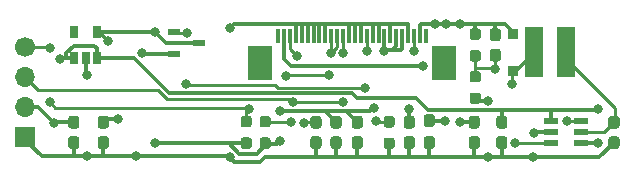
<source format=gbr>
%TF.GenerationSoftware,KiCad,Pcbnew,(5.1.9)-1*%
%TF.CreationDate,2021-03-03T23:02:33-08:00*%
%TF.ProjectId,SSD1326_I2C_breakout,53534431-3332-4365-9f49-32435f627265,0.1b*%
%TF.SameCoordinates,Original*%
%TF.FileFunction,Copper,L2,Bot*%
%TF.FilePolarity,Positive*%
%FSLAX46Y46*%
G04 Gerber Fmt 4.6, Leading zero omitted, Abs format (unit mm)*
G04 Created by KiCad (PCBNEW (5.1.9)-1) date 2021-03-03 23:02:33*
%MOMM*%
%LPD*%
G01*
G04 APERTURE LIST*
%TA.AperFunction,SMDPad,CuDef*%
%ADD10R,1.220000X0.600000*%
%TD*%
%TA.AperFunction,SMDPad,CuDef*%
%ADD11R,0.950000X0.900000*%
%TD*%
%TA.AperFunction,ComponentPad*%
%ADD12R,1.700000X1.700000*%
%TD*%
%TA.AperFunction,ComponentPad*%
%ADD13O,1.700000X1.700000*%
%TD*%
%TA.AperFunction,ComponentPad*%
%ADD14C,1.700000*%
%TD*%
%TA.AperFunction,SMDPad,CuDef*%
%ADD15R,0.650000X1.060000*%
%TD*%
%TA.AperFunction,SMDPad,CuDef*%
%ADD16R,1.090000X0.610000*%
%TD*%
%TA.AperFunction,SMDPad,CuDef*%
%ADD17R,0.300000X1.250000*%
%TD*%
%TA.AperFunction,SMDPad,CuDef*%
%ADD18R,2.000000X3.000000*%
%TD*%
%TA.AperFunction,SMDPad,CuDef*%
%ADD19R,1.500000X4.200000*%
%TD*%
%TA.AperFunction,ViaPad*%
%ADD20C,0.800000*%
%TD*%
%TA.AperFunction,Conductor*%
%ADD21C,0.300000*%
%TD*%
%TA.AperFunction,Conductor*%
%ADD22C,0.250000*%
%TD*%
G04 APERTURE END LIST*
D10*
%TO.P,U5,6*%
%TO.N,+5V*%
X117145000Y-38400000D03*
%TO.P,U5,5*%
%TO.N,Net-(C1-Pad1)*%
X117145000Y-37450000D03*
%TO.P,U5,4*%
%TO.N,Net-(D1-Pad2)*%
X117145000Y-36500000D03*
%TO.P,U5,3*%
%TO.N,+5V*%
X114655000Y-36500000D03*
%TO.P,U5,2*%
%TO.N,GND*%
X114655000Y-37450000D03*
%TO.P,U5,1*%
%TO.N,Net-(C2-Pad2)*%
X114655000Y-38400000D03*
%TD*%
%TO.P,R5,2*%
%TO.N,GND*%
%TA.AperFunction,SMDPad,CuDef*%
G36*
G01*
X107962500Y-34112500D02*
X108437500Y-34112500D01*
G75*
G02*
X108675000Y-34350000I0J-237500D01*
G01*
X108675000Y-34850000D01*
G75*
G02*
X108437500Y-35087500I-237500J0D01*
G01*
X107962500Y-35087500D01*
G75*
G02*
X107725000Y-34850000I0J237500D01*
G01*
X107725000Y-34350000D01*
G75*
G02*
X107962500Y-34112500I237500J0D01*
G01*
G37*
%TD.AperFunction*%
%TO.P,R5,1*%
%TO.N,Net-(C2-Pad2)*%
%TA.AperFunction,SMDPad,CuDef*%
G36*
G01*
X107962500Y-32287500D02*
X108437500Y-32287500D01*
G75*
G02*
X108675000Y-32525000I0J-237500D01*
G01*
X108675000Y-33025000D01*
G75*
G02*
X108437500Y-33262500I-237500J0D01*
G01*
X107962500Y-33262500D01*
G75*
G02*
X107725000Y-33025000I0J237500D01*
G01*
X107725000Y-32525000D01*
G75*
G02*
X107962500Y-32287500I237500J0D01*
G01*
G37*
%TD.AperFunction*%
%TD*%
%TO.P,R4,2*%
%TO.N,Net-(C2-Pad2)*%
%TA.AperFunction,SMDPad,CuDef*%
G36*
G01*
X107962500Y-30512500D02*
X108437500Y-30512500D01*
G75*
G02*
X108675000Y-30750000I0J-237500D01*
G01*
X108675000Y-31250000D01*
G75*
G02*
X108437500Y-31487500I-237500J0D01*
G01*
X107962500Y-31487500D01*
G75*
G02*
X107725000Y-31250000I0J237500D01*
G01*
X107725000Y-30750000D01*
G75*
G02*
X107962500Y-30512500I237500J0D01*
G01*
G37*
%TD.AperFunction*%
%TO.P,R4,1*%
%TO.N,+12V*%
%TA.AperFunction,SMDPad,CuDef*%
G36*
G01*
X107962500Y-28687500D02*
X108437500Y-28687500D01*
G75*
G02*
X108675000Y-28925000I0J-237500D01*
G01*
X108675000Y-29425000D01*
G75*
G02*
X108437500Y-29662500I-237500J0D01*
G01*
X107962500Y-29662500D01*
G75*
G02*
X107725000Y-29425000I0J237500D01*
G01*
X107725000Y-28925000D01*
G75*
G02*
X107962500Y-28687500I237500J0D01*
G01*
G37*
%TD.AperFunction*%
%TD*%
D11*
%TO.P,D1,2*%
%TO.N,Net-(D1-Pad2)*%
X111400000Y-32300000D03*
%TO.P,D1,1*%
%TO.N,+12V*%
X111400000Y-29150000D03*
%TD*%
D12*
%TO.P,J1,4*%
%TO.N,GND*%
X70110000Y-37900000D03*
D13*
%TO.P,J1,3*%
%TO.N,+5V*%
X70110000Y-35360000D03*
%TO.P,J1,2*%
%TO.N,SCL*%
X70110000Y-32820000D03*
D14*
%TO.P,J1,1*%
%TO.N,SDA*%
X70110000Y-30280000D03*
%TD*%
%TO.P,C13,2*%
%TO.N,GND*%
%TA.AperFunction,SMDPad,CuDef*%
G36*
G01*
X76472500Y-37815000D02*
X76947500Y-37815000D01*
G75*
G02*
X77185000Y-38052500I0J-237500D01*
G01*
X77185000Y-38652500D01*
G75*
G02*
X76947500Y-38890000I-237500J0D01*
G01*
X76472500Y-38890000D01*
G75*
G02*
X76235000Y-38652500I0J237500D01*
G01*
X76235000Y-38052500D01*
G75*
G02*
X76472500Y-37815000I237500J0D01*
G01*
G37*
%TD.AperFunction*%
%TO.P,C13,1*%
%TO.N,+3V3*%
%TA.AperFunction,SMDPad,CuDef*%
G36*
G01*
X76472500Y-36090000D02*
X76947500Y-36090000D01*
G75*
G02*
X77185000Y-36327500I0J-237500D01*
G01*
X77185000Y-36927500D01*
G75*
G02*
X76947500Y-37165000I-237500J0D01*
G01*
X76472500Y-37165000D01*
G75*
G02*
X76235000Y-36927500I0J237500D01*
G01*
X76235000Y-36327500D01*
G75*
G02*
X76472500Y-36090000I237500J0D01*
G01*
G37*
%TD.AperFunction*%
%TD*%
D15*
%TO.P,U4,5*%
%TO.N,+3V3*%
X76160000Y-28990000D03*
%TO.P,U4,4*%
%TO.N,Net-(U4-Pad4)*%
X74260000Y-28990000D03*
%TO.P,U4,3*%
%TO.N,+5V*%
X74260000Y-31190000D03*
%TO.P,U4,2*%
%TO.N,GND*%
X75210000Y-31190000D03*
%TO.P,U4,1*%
%TO.N,+5V*%
X76160000Y-31190000D03*
%TD*%
D16*
%TO.P,U3,2*%
%TO.N,RES#*%
X82710000Y-28990000D03*
%TO.P,U3,3*%
%TO.N,+3V3*%
X84850000Y-29905000D03*
%TO.P,U3,1*%
%TO.N,GND*%
X82710000Y-30820000D03*
%TD*%
D17*
%TO.P,U2,25*%
%TO.N,+12V*%
X103510000Y-29290000D03*
%TO.P,U2,26*%
%TO.N,Net-(U2-Pad26)*%
X104010000Y-29290000D03*
%TO.P,U2,23*%
%TO.N,GND*%
X102510000Y-29290000D03*
%TO.P,U2,24*%
%TO.N,Net-(R3-Pad1)*%
X103010000Y-29290000D03*
%TO.P,U2,21*%
%TO.N,+3V3*%
X101510000Y-29290000D03*
%TO.P,U2,22*%
X102010000Y-29290000D03*
%TO.P,U2,19*%
X100510000Y-29290000D03*
%TO.P,U2,20*%
%TO.N,GND*%
X101010000Y-29290000D03*
%TO.P,U2,17*%
X99510000Y-29290000D03*
%TO.P,U2,18*%
X100010000Y-29290000D03*
%TO.P,U2,15*%
X98510000Y-29290000D03*
%TO.P,U2,16*%
%TO.N,RES#*%
X99010000Y-29290000D03*
%TO.P,U2,13*%
%TO.N,GND*%
X97510000Y-29290000D03*
%TO.P,U2,14*%
X98010000Y-29290000D03*
%TO.P,U2,11*%
%TO.N,SDA*%
X96510000Y-29290000D03*
%TO.P,U2,12*%
%TO.N,SCL*%
X97010000Y-29290000D03*
%TO.P,U2,9*%
%TO.N,GND*%
X95510000Y-29290000D03*
%TO.P,U2,10*%
%TO.N,SDA*%
X96010000Y-29290000D03*
%TO.P,U2,7*%
%TO.N,GND*%
X94510000Y-29290000D03*
%TO.P,U2,8*%
X95010000Y-29290000D03*
%TO.P,U2,5*%
X93510000Y-29290000D03*
%TO.P,U2,6*%
X94010000Y-29290000D03*
%TO.P,U2,3*%
%TO.N,Net-(C9-Pad1)*%
X92510000Y-29290000D03*
%TO.P,U2,4*%
%TO.N,GND*%
X93010000Y-29290000D03*
%TO.P,U2,1*%
%TO.N,Net-(U2-Pad1)*%
X91510000Y-29290000D03*
%TO.P,U2,2*%
%TO.N,+12V*%
X92010000Y-29290000D03*
D18*
%TO.P,U2,*%
%TO.N,*%
X89970000Y-31615000D03*
X105550000Y-31615000D03*
%TD*%
%TO.P,R3,2*%
%TO.N,GND*%
%TA.AperFunction,SMDPad,CuDef*%
G36*
G01*
X100672500Y-37927500D02*
X101147500Y-37927500D01*
G75*
G02*
X101385000Y-38165000I0J-237500D01*
G01*
X101385000Y-38665000D01*
G75*
G02*
X101147500Y-38902500I-237500J0D01*
G01*
X100672500Y-38902500D01*
G75*
G02*
X100435000Y-38665000I0J237500D01*
G01*
X100435000Y-38165000D01*
G75*
G02*
X100672500Y-37927500I237500J0D01*
G01*
G37*
%TD.AperFunction*%
%TO.P,R3,1*%
%TO.N,Net-(R3-Pad1)*%
%TA.AperFunction,SMDPad,CuDef*%
G36*
G01*
X100672500Y-36102500D02*
X101147500Y-36102500D01*
G75*
G02*
X101385000Y-36340000I0J-237500D01*
G01*
X101385000Y-36840000D01*
G75*
G02*
X101147500Y-37077500I-237500J0D01*
G01*
X100672500Y-37077500D01*
G75*
G02*
X100435000Y-36840000I0J237500D01*
G01*
X100435000Y-36340000D01*
G75*
G02*
X100672500Y-36102500I237500J0D01*
G01*
G37*
%TD.AperFunction*%
%TD*%
%TO.P,R2,2*%
%TO.N,+3V3*%
%TA.AperFunction,SMDPad,CuDef*%
G36*
G01*
X88572500Y-37915000D02*
X89047500Y-37915000D01*
G75*
G02*
X89285000Y-38152500I0J-237500D01*
G01*
X89285000Y-38652500D01*
G75*
G02*
X89047500Y-38890000I-237500J0D01*
G01*
X88572500Y-38890000D01*
G75*
G02*
X88335000Y-38652500I0J237500D01*
G01*
X88335000Y-38152500D01*
G75*
G02*
X88572500Y-37915000I237500J0D01*
G01*
G37*
%TD.AperFunction*%
%TO.P,R2,1*%
%TO.N,SDA*%
%TA.AperFunction,SMDPad,CuDef*%
G36*
G01*
X88572500Y-36090000D02*
X89047500Y-36090000D01*
G75*
G02*
X89285000Y-36327500I0J-237500D01*
G01*
X89285000Y-36827500D01*
G75*
G02*
X89047500Y-37065000I-237500J0D01*
G01*
X88572500Y-37065000D01*
G75*
G02*
X88335000Y-36827500I0J237500D01*
G01*
X88335000Y-36327500D01*
G75*
G02*
X88572500Y-36090000I237500J0D01*
G01*
G37*
%TD.AperFunction*%
%TD*%
%TO.P,R1,2*%
%TO.N,+3V3*%
%TA.AperFunction,SMDPad,CuDef*%
G36*
G01*
X90172500Y-37915000D02*
X90647500Y-37915000D01*
G75*
G02*
X90885000Y-38152500I0J-237500D01*
G01*
X90885000Y-38652500D01*
G75*
G02*
X90647500Y-38890000I-237500J0D01*
G01*
X90172500Y-38890000D01*
G75*
G02*
X89935000Y-38652500I0J237500D01*
G01*
X89935000Y-38152500D01*
G75*
G02*
X90172500Y-37915000I237500J0D01*
G01*
G37*
%TD.AperFunction*%
%TO.P,R1,1*%
%TO.N,SCL*%
%TA.AperFunction,SMDPad,CuDef*%
G36*
G01*
X90172500Y-36090000D02*
X90647500Y-36090000D01*
G75*
G02*
X90885000Y-36327500I0J-237500D01*
G01*
X90885000Y-36827500D01*
G75*
G02*
X90647500Y-37065000I-237500J0D01*
G01*
X90172500Y-37065000D01*
G75*
G02*
X89935000Y-36827500I0J237500D01*
G01*
X89935000Y-36327500D01*
G75*
G02*
X90172500Y-36090000I237500J0D01*
G01*
G37*
%TD.AperFunction*%
%TD*%
D19*
%TO.P,L1,1*%
%TO.N,Net-(C1-Pad1)*%
X115900000Y-30650000D03*
%TO.P,L1,2*%
%TO.N,Net-(D1-Pad2)*%
X113200000Y-30650000D03*
%TD*%
%TO.P,C12,2*%
%TO.N,GND*%
%TA.AperFunction,SMDPad,CuDef*%
G36*
G01*
X73972500Y-37815000D02*
X74447500Y-37815000D01*
G75*
G02*
X74685000Y-38052500I0J-237500D01*
G01*
X74685000Y-38652500D01*
G75*
G02*
X74447500Y-38890000I-237500J0D01*
G01*
X73972500Y-38890000D01*
G75*
G02*
X73735000Y-38652500I0J237500D01*
G01*
X73735000Y-38052500D01*
G75*
G02*
X73972500Y-37815000I237500J0D01*
G01*
G37*
%TD.AperFunction*%
%TO.P,C12,1*%
%TO.N,+5V*%
%TA.AperFunction,SMDPad,CuDef*%
G36*
G01*
X73972500Y-36090000D02*
X74447500Y-36090000D01*
G75*
G02*
X74685000Y-36327500I0J-237500D01*
G01*
X74685000Y-36927500D01*
G75*
G02*
X74447500Y-37165000I-237500J0D01*
G01*
X73972500Y-37165000D01*
G75*
G02*
X73735000Y-36927500I0J237500D01*
G01*
X73735000Y-36327500D01*
G75*
G02*
X73972500Y-36090000I237500J0D01*
G01*
G37*
%TD.AperFunction*%
%TD*%
%TO.P,C11,2*%
%TO.N,GND*%
%TA.AperFunction,SMDPad,CuDef*%
G36*
G01*
X96172500Y-37815000D02*
X96647500Y-37815000D01*
G75*
G02*
X96885000Y-38052500I0J-237500D01*
G01*
X96885000Y-38652500D01*
G75*
G02*
X96647500Y-38890000I-237500J0D01*
G01*
X96172500Y-38890000D01*
G75*
G02*
X95935000Y-38652500I0J237500D01*
G01*
X95935000Y-38052500D01*
G75*
G02*
X96172500Y-37815000I237500J0D01*
G01*
G37*
%TD.AperFunction*%
%TO.P,C11,1*%
%TO.N,+3V3*%
%TA.AperFunction,SMDPad,CuDef*%
G36*
G01*
X96172500Y-36090000D02*
X96647500Y-36090000D01*
G75*
G02*
X96885000Y-36327500I0J-237500D01*
G01*
X96885000Y-36927500D01*
G75*
G02*
X96647500Y-37165000I-237500J0D01*
G01*
X96172500Y-37165000D01*
G75*
G02*
X95935000Y-36927500I0J237500D01*
G01*
X95935000Y-36327500D01*
G75*
G02*
X96172500Y-36090000I237500J0D01*
G01*
G37*
%TD.AperFunction*%
%TD*%
%TO.P,C10,2*%
%TO.N,GND*%
%TA.AperFunction,SMDPad,CuDef*%
G36*
G01*
X97972500Y-37815000D02*
X98447500Y-37815000D01*
G75*
G02*
X98685000Y-38052500I0J-237500D01*
G01*
X98685000Y-38652500D01*
G75*
G02*
X98447500Y-38890000I-237500J0D01*
G01*
X97972500Y-38890000D01*
G75*
G02*
X97735000Y-38652500I0J237500D01*
G01*
X97735000Y-38052500D01*
G75*
G02*
X97972500Y-37815000I237500J0D01*
G01*
G37*
%TD.AperFunction*%
%TO.P,C10,1*%
%TO.N,+3V3*%
%TA.AperFunction,SMDPad,CuDef*%
G36*
G01*
X97972500Y-36090000D02*
X98447500Y-36090000D01*
G75*
G02*
X98685000Y-36327500I0J-237500D01*
G01*
X98685000Y-36927500D01*
G75*
G02*
X98447500Y-37165000I-237500J0D01*
G01*
X97972500Y-37165000D01*
G75*
G02*
X97735000Y-36927500I0J237500D01*
G01*
X97735000Y-36327500D01*
G75*
G02*
X97972500Y-36090000I237500J0D01*
G01*
G37*
%TD.AperFunction*%
%TD*%
%TO.P,C9,2*%
%TO.N,GND*%
%TA.AperFunction,SMDPad,CuDef*%
G36*
G01*
X94472500Y-37815000D02*
X94947500Y-37815000D01*
G75*
G02*
X95185000Y-38052500I0J-237500D01*
G01*
X95185000Y-38652500D01*
G75*
G02*
X94947500Y-38890000I-237500J0D01*
G01*
X94472500Y-38890000D01*
G75*
G02*
X94235000Y-38652500I0J237500D01*
G01*
X94235000Y-38052500D01*
G75*
G02*
X94472500Y-37815000I237500J0D01*
G01*
G37*
%TD.AperFunction*%
%TO.P,C9,1*%
%TO.N,Net-(C9-Pad1)*%
%TA.AperFunction,SMDPad,CuDef*%
G36*
G01*
X94472500Y-36090000D02*
X94947500Y-36090000D01*
G75*
G02*
X95185000Y-36327500I0J-237500D01*
G01*
X95185000Y-36927500D01*
G75*
G02*
X94947500Y-37165000I-237500J0D01*
G01*
X94472500Y-37165000D01*
G75*
G02*
X94235000Y-36927500I0J237500D01*
G01*
X94235000Y-36327500D01*
G75*
G02*
X94472500Y-36090000I237500J0D01*
G01*
G37*
%TD.AperFunction*%
%TD*%
%TO.P,C8,2*%
%TO.N,GND*%
%TA.AperFunction,SMDPad,CuDef*%
G36*
G01*
X102372500Y-37815000D02*
X102847500Y-37815000D01*
G75*
G02*
X103085000Y-38052500I0J-237500D01*
G01*
X103085000Y-38652500D01*
G75*
G02*
X102847500Y-38890000I-237500J0D01*
G01*
X102372500Y-38890000D01*
G75*
G02*
X102135000Y-38652500I0J237500D01*
G01*
X102135000Y-38052500D01*
G75*
G02*
X102372500Y-37815000I237500J0D01*
G01*
G37*
%TD.AperFunction*%
%TO.P,C8,1*%
%TO.N,+12V*%
%TA.AperFunction,SMDPad,CuDef*%
G36*
G01*
X102372500Y-36090000D02*
X102847500Y-36090000D01*
G75*
G02*
X103085000Y-36327500I0J-237500D01*
G01*
X103085000Y-36927500D01*
G75*
G02*
X102847500Y-37165000I-237500J0D01*
G01*
X102372500Y-37165000D01*
G75*
G02*
X102135000Y-36927500I0J237500D01*
G01*
X102135000Y-36327500D01*
G75*
G02*
X102372500Y-36090000I237500J0D01*
G01*
G37*
%TD.AperFunction*%
%TD*%
%TO.P,C7,2*%
%TO.N,GND*%
%TA.AperFunction,SMDPad,CuDef*%
G36*
G01*
X104072500Y-37815000D02*
X104547500Y-37815000D01*
G75*
G02*
X104785000Y-38052500I0J-237500D01*
G01*
X104785000Y-38652500D01*
G75*
G02*
X104547500Y-38890000I-237500J0D01*
G01*
X104072500Y-38890000D01*
G75*
G02*
X103835000Y-38652500I0J237500D01*
G01*
X103835000Y-38052500D01*
G75*
G02*
X104072500Y-37815000I237500J0D01*
G01*
G37*
%TD.AperFunction*%
%TO.P,C7,1*%
%TO.N,+12V*%
%TA.AperFunction,SMDPad,CuDef*%
G36*
G01*
X104072500Y-35952500D02*
X104547500Y-35952500D01*
G75*
G02*
X104785000Y-36190000I0J-237500D01*
G01*
X104785000Y-36790000D01*
G75*
G02*
X104547500Y-37027500I-237500J0D01*
G01*
X104072500Y-37027500D01*
G75*
G02*
X103835000Y-36790000I0J237500D01*
G01*
X103835000Y-36190000D01*
G75*
G02*
X104072500Y-35952500I237500J0D01*
G01*
G37*
%TD.AperFunction*%
%TD*%
%TO.P,C5,2*%
%TO.N,GND*%
%TA.AperFunction,SMDPad,CuDef*%
G36*
G01*
X110212500Y-37815000D02*
X110687500Y-37815000D01*
G75*
G02*
X110925000Y-38052500I0J-237500D01*
G01*
X110925000Y-38652500D01*
G75*
G02*
X110687500Y-38890000I-237500J0D01*
G01*
X110212500Y-38890000D01*
G75*
G02*
X109975000Y-38652500I0J237500D01*
G01*
X109975000Y-38052500D01*
G75*
G02*
X110212500Y-37815000I237500J0D01*
G01*
G37*
%TD.AperFunction*%
%TO.P,C5,1*%
%TO.N,+5V*%
%TA.AperFunction,SMDPad,CuDef*%
G36*
G01*
X110212500Y-36090000D02*
X110687500Y-36090000D01*
G75*
G02*
X110925000Y-36327500I0J-237500D01*
G01*
X110925000Y-36927500D01*
G75*
G02*
X110687500Y-37165000I-237500J0D01*
G01*
X110212500Y-37165000D01*
G75*
G02*
X109975000Y-36927500I0J237500D01*
G01*
X109975000Y-36327500D01*
G75*
G02*
X110212500Y-36090000I237500J0D01*
G01*
G37*
%TD.AperFunction*%
%TD*%
%TO.P,C3,2*%
%TO.N,GND*%
%TA.AperFunction,SMDPad,CuDef*%
G36*
G01*
X107872500Y-37815000D02*
X108347500Y-37815000D01*
G75*
G02*
X108585000Y-38052500I0J-237500D01*
G01*
X108585000Y-38652500D01*
G75*
G02*
X108347500Y-38890000I-237500J0D01*
G01*
X107872500Y-38890000D01*
G75*
G02*
X107635000Y-38652500I0J237500D01*
G01*
X107635000Y-38052500D01*
G75*
G02*
X107872500Y-37815000I237500J0D01*
G01*
G37*
%TD.AperFunction*%
%TO.P,C3,1*%
%TO.N,+12V*%
%TA.AperFunction,SMDPad,CuDef*%
G36*
G01*
X107872500Y-36090000D02*
X108347500Y-36090000D01*
G75*
G02*
X108585000Y-36327500I0J-237500D01*
G01*
X108585000Y-36927500D01*
G75*
G02*
X108347500Y-37165000I-237500J0D01*
G01*
X107872500Y-37165000D01*
G75*
G02*
X107635000Y-36927500I0J237500D01*
G01*
X107635000Y-36327500D01*
G75*
G02*
X107872500Y-36090000I237500J0D01*
G01*
G37*
%TD.AperFunction*%
%TD*%
%TO.P,C2,2*%
%TO.N,Net-(C2-Pad2)*%
%TA.AperFunction,SMDPad,CuDef*%
G36*
G01*
X109662500Y-30412500D02*
X110137500Y-30412500D01*
G75*
G02*
X110375000Y-30650000I0J-237500D01*
G01*
X110375000Y-31250000D01*
G75*
G02*
X110137500Y-31487500I-237500J0D01*
G01*
X109662500Y-31487500D01*
G75*
G02*
X109425000Y-31250000I0J237500D01*
G01*
X109425000Y-30650000D01*
G75*
G02*
X109662500Y-30412500I237500J0D01*
G01*
G37*
%TD.AperFunction*%
%TO.P,C2,1*%
%TO.N,+12V*%
%TA.AperFunction,SMDPad,CuDef*%
G36*
G01*
X109662500Y-28687500D02*
X110137500Y-28687500D01*
G75*
G02*
X110375000Y-28925000I0J-237500D01*
G01*
X110375000Y-29525000D01*
G75*
G02*
X110137500Y-29762500I-237500J0D01*
G01*
X109662500Y-29762500D01*
G75*
G02*
X109425000Y-29525000I0J237500D01*
G01*
X109425000Y-28925000D01*
G75*
G02*
X109662500Y-28687500I237500J0D01*
G01*
G37*
%TD.AperFunction*%
%TD*%
%TO.P,C1,2*%
%TO.N,GND*%
%TA.AperFunction,SMDPad,CuDef*%
G36*
G01*
X119712500Y-37815000D02*
X120187500Y-37815000D01*
G75*
G02*
X120425000Y-38052500I0J-237500D01*
G01*
X120425000Y-38652500D01*
G75*
G02*
X120187500Y-38890000I-237500J0D01*
G01*
X119712500Y-38890000D01*
G75*
G02*
X119475000Y-38652500I0J237500D01*
G01*
X119475000Y-38052500D01*
G75*
G02*
X119712500Y-37815000I237500J0D01*
G01*
G37*
%TD.AperFunction*%
%TO.P,C1,1*%
%TO.N,Net-(C1-Pad1)*%
%TA.AperFunction,SMDPad,CuDef*%
G36*
G01*
X119712500Y-36090000D02*
X120187500Y-36090000D01*
G75*
G02*
X120425000Y-36327500I0J-237500D01*
G01*
X120425000Y-36927500D01*
G75*
G02*
X120187500Y-37165000I-237500J0D01*
G01*
X119712500Y-37165000D01*
G75*
G02*
X119475000Y-36927500I0J237500D01*
G01*
X119475000Y-36327500D01*
G75*
G02*
X119712500Y-36090000I237500J0D01*
G01*
G37*
%TD.AperFunction*%
%TD*%
D20*
%TO.N,GND*%
X75310002Y-39489998D03*
X80010000Y-30790000D03*
X79510000Y-39490000D03*
X75310000Y-32590000D03*
X87410000Y-28690000D03*
X87410004Y-39610000D03*
X109310000Y-39590000D03*
X109300000Y-34800000D03*
X113150000Y-37500000D03*
X113100000Y-39600000D03*
%TO.N,+12V*%
X105610000Y-36490000D03*
X102610000Y-35490010D03*
X103809996Y-31890000D03*
X104810000Y-28340012D03*
X105710000Y-28340024D03*
X106900000Y-36600000D03*
X106889990Y-28346838D03*
%TO.N,+5V*%
X72510000Y-36690000D03*
X73010000Y-31290000D03*
X118550000Y-38350000D03*
X118550004Y-35500000D03*
%TO.N,Net-(C9-Pad1)*%
X93705614Y-36685614D03*
X93110000Y-30990000D03*
%TO.N,+3V3*%
X81110000Y-28990000D03*
X77110000Y-29790000D03*
X91710000Y-38190000D03*
X99610000Y-35390000D03*
X77910000Y-36390000D03*
X91710000Y-35689998D03*
X100509992Y-30590000D03*
X81110000Y-38389996D03*
%TO.N,Net-(D1-Pad2)*%
X111350000Y-33400000D03*
X115949894Y-36500000D03*
%TO.N,SCL*%
X92610000Y-36590000D03*
X92810000Y-34915021D03*
X97010000Y-34915021D03*
X97022657Y-30802663D03*
%TO.N,SDA*%
X72203857Y-30376177D03*
X72160000Y-34890000D03*
X89010000Y-35490000D03*
X95810000Y-32590001D03*
X96010000Y-30790000D03*
X92210000Y-32689999D03*
%TO.N,Net-(R3-Pad1)*%
X99810000Y-36490000D03*
X103010000Y-30590000D03*
%TO.N,RES#*%
X83810000Y-29090000D03*
X83710000Y-33390000D03*
X98869071Y-33740010D03*
X99009999Y-30640007D03*
%TO.N,Net-(C2-Pad2)*%
X109900002Y-32100000D03*
X111550000Y-38350000D03*
%TD*%
D21*
%TO.N,GND*%
X70110000Y-38110000D02*
X71490000Y-39490000D01*
X77310000Y-39490000D02*
X79510000Y-39490000D01*
X76310000Y-39490000D02*
X75310000Y-39490000D01*
X74310000Y-39490000D02*
X75310000Y-39490000D01*
X75310000Y-39490000D02*
X75310002Y-39489998D01*
X80040000Y-30820000D02*
X80010000Y-30790000D01*
X82710000Y-30820000D02*
X80040000Y-30820000D01*
X96810000Y-39590000D02*
X98610000Y-39590000D01*
X100940000Y-39560000D02*
X100910000Y-39590000D01*
X98610000Y-39590000D02*
X100910000Y-39590000D01*
X97510000Y-29290000D02*
X97510001Y-28384999D01*
X100010000Y-29290000D02*
X100010000Y-28390000D01*
X99510000Y-28384998D02*
X99510000Y-29290000D01*
X93510000Y-29290000D02*
X93510000Y-28490000D01*
X93510000Y-28490000D02*
X93510000Y-28290000D01*
X93010000Y-28290000D02*
X93010000Y-29290000D01*
X94010000Y-28290000D02*
X93010000Y-28290000D01*
X94010000Y-29290000D02*
X94010000Y-28290000D01*
X94510000Y-28490000D02*
X94510000Y-29290000D01*
X94510000Y-28290000D02*
X94510000Y-28490000D01*
X95010000Y-28290000D02*
X94510000Y-28290000D01*
X95010000Y-29290000D02*
X95010000Y-28290000D01*
X94010000Y-28290000D02*
X94510000Y-28290000D01*
X97510001Y-28384999D02*
X97510001Y-28290001D01*
X98010000Y-29290000D02*
X98010000Y-28290000D01*
X98010000Y-28290000D02*
X97210000Y-28290000D01*
X98510000Y-29290000D02*
X98510000Y-28290000D01*
X98610000Y-28290000D02*
X98010000Y-28290000D01*
X98510000Y-28290000D02*
X98610000Y-28290000D01*
X99510000Y-28384998D02*
X99510000Y-28290000D01*
X100010000Y-28390000D02*
X100010000Y-28290000D01*
X98610000Y-28290000D02*
X99510000Y-28290000D01*
X99510000Y-28290000D02*
X100010000Y-28290000D01*
X102510000Y-28290000D02*
X102510000Y-29290000D01*
X101010000Y-28290000D02*
X101010000Y-29290000D01*
X100010000Y-28290000D02*
X101010000Y-28290000D01*
X101010000Y-28290000D02*
X102510000Y-28290000D01*
X100910000Y-39590000D02*
X100910000Y-38415000D01*
X100910000Y-39590000D02*
X102710000Y-39590000D01*
X102610000Y-39590000D02*
X104410000Y-39590000D01*
X102610000Y-38390000D02*
X102610000Y-39590000D01*
X96410000Y-38352500D02*
X96410000Y-39590000D01*
X96410000Y-39590000D02*
X96810000Y-39590000D01*
X98210000Y-39590000D02*
X98610000Y-39590000D01*
X98210000Y-38490000D02*
X98210000Y-39590000D01*
X95510000Y-28390000D02*
X95610000Y-28290000D01*
X95510000Y-29290000D02*
X95510000Y-28390000D01*
X95610000Y-28290000D02*
X97210000Y-28290000D01*
X95010000Y-28290000D02*
X95610000Y-28290000D01*
X108110000Y-38470000D02*
X108110000Y-39590000D01*
X76710000Y-39390000D02*
X76810000Y-39490000D01*
X76710000Y-38390000D02*
X76710000Y-39390000D01*
X76810000Y-39490000D02*
X77310000Y-39490000D01*
X76310000Y-39490000D02*
X76810000Y-39490000D01*
X74210000Y-38352500D02*
X74210000Y-39490000D01*
X74210000Y-39490000D02*
X74310000Y-39490000D01*
X71490000Y-39490000D02*
X74210000Y-39490000D01*
X75210000Y-32490000D02*
X75310000Y-32590000D01*
X75210000Y-31190000D02*
X75210000Y-32490000D01*
X94810000Y-39590000D02*
X96410000Y-39590000D01*
X94710000Y-39490000D02*
X94810000Y-39590000D01*
X94710000Y-38352500D02*
X94710000Y-39490000D01*
X93010000Y-28290000D02*
X87809999Y-28290001D01*
X87809999Y-28290001D02*
X87410000Y-28690000D01*
X79510000Y-39490000D02*
X87290004Y-39490000D01*
X87290004Y-39490000D02*
X87410004Y-39610000D01*
X89990001Y-40009999D02*
X87810003Y-40009999D01*
X87810003Y-40009999D02*
X87410004Y-39610000D01*
X90410000Y-39590000D02*
X89990001Y-40009999D01*
X94710000Y-39590000D02*
X90410000Y-39590000D01*
X106610000Y-39600000D02*
X106620000Y-39590000D01*
X106600000Y-39590000D02*
X106610000Y-39600000D01*
X104310000Y-39590000D02*
X106600000Y-39590000D01*
X104310000Y-38352500D02*
X104310000Y-39590000D01*
X106620000Y-39590000D02*
X109310000Y-39590000D01*
X108700000Y-34800000D02*
X108200000Y-34800000D01*
X109300000Y-34800000D02*
X108700000Y-34800000D01*
X110440000Y-38362500D02*
X110450000Y-38352500D01*
X110440000Y-39590000D02*
X110440000Y-38362500D01*
X110440000Y-39590000D02*
X109310000Y-39590000D01*
X111050000Y-39600000D02*
X110050000Y-39600000D01*
X111400000Y-39600000D02*
X111390000Y-39590000D01*
X111390000Y-39590000D02*
X110440000Y-39590000D01*
X113200000Y-37450000D02*
X113150000Y-37500000D01*
X114655000Y-37450000D02*
X113200000Y-37450000D01*
X113100000Y-39600000D02*
X111400000Y-39600000D01*
X118700000Y-39600000D02*
X119950000Y-38350000D01*
X113100000Y-39600000D02*
X118700000Y-39600000D01*
%TO.N,+12V*%
X103510000Y-28384998D02*
X103510000Y-29290000D01*
X103604998Y-28290000D02*
X103510000Y-28384998D01*
X107010000Y-28290000D02*
X103604998Y-28290000D01*
X108510000Y-28290000D02*
X107010000Y-28290000D01*
X108510000Y-28290000D02*
X110410000Y-28290000D01*
X104310000Y-36490000D02*
X105610000Y-36490000D01*
X102610000Y-36665000D02*
X102610000Y-35490010D01*
X92560001Y-31840001D02*
X103759997Y-31840001D01*
X103759997Y-31840001D02*
X103809996Y-31890000D01*
X92010000Y-31290000D02*
X92560001Y-31840001D01*
X92010000Y-29290000D02*
X92010000Y-31290000D01*
X106927500Y-36627500D02*
X106900000Y-36600000D01*
X108110000Y-36627500D02*
X106927500Y-36627500D01*
X108200000Y-28400000D02*
X108310000Y-28290000D01*
X108200000Y-29175000D02*
X108200000Y-28400000D01*
X108310000Y-28290000D02*
X107010000Y-28290000D01*
X109900000Y-28400000D02*
X110010000Y-28290000D01*
X109900000Y-29225000D02*
X109900000Y-28400000D01*
X110010000Y-28290000D02*
X108310000Y-28290000D01*
X110410000Y-28290000D02*
X110010000Y-28290000D01*
X110690000Y-28290000D02*
X108510000Y-28290000D01*
X111400000Y-29000000D02*
X110690000Y-28290000D01*
X111400000Y-29150000D02*
X111400000Y-29000000D01*
%TO.N,+5V*%
X74260000Y-31190000D02*
X74260000Y-31420000D01*
X73585000Y-31190000D02*
X74260000Y-31190000D01*
X73585000Y-30765000D02*
X74210000Y-30140000D01*
X73585000Y-31190000D02*
X73585000Y-30765000D01*
X76160000Y-30360000D02*
X76160000Y-31190000D01*
X75940000Y-30140000D02*
X76160000Y-30360000D01*
X74210000Y-30140000D02*
X75940000Y-30140000D01*
X74210000Y-36627500D02*
X72572500Y-36627500D01*
X72572500Y-36627500D02*
X72510000Y-36690000D01*
X73585000Y-31190000D02*
X73110000Y-31190000D01*
X73110000Y-31190000D02*
X73010000Y-31290000D01*
X76160000Y-31190000D02*
X79299998Y-31190000D01*
X104199998Y-35590000D02*
X105310000Y-35590000D01*
X79299998Y-31190000D02*
X82275009Y-34165011D01*
X82275009Y-34165011D02*
X97785011Y-34165011D01*
X103199998Y-34590000D02*
X104199998Y-35590000D01*
X97785011Y-34165011D02*
X98210000Y-34590000D01*
X98210000Y-34590000D02*
X103199998Y-34590000D01*
X71140000Y-35320000D02*
X72510000Y-36690000D01*
X70360000Y-35320000D02*
X71140000Y-35320000D01*
X70110000Y-35570000D02*
X70360000Y-35320000D01*
X110450000Y-35700000D02*
X110560000Y-35590000D01*
X110450000Y-36627500D02*
X110450000Y-35700000D01*
X105410000Y-35590000D02*
X110560000Y-35590000D01*
X111490000Y-35590000D02*
X110560000Y-35590000D01*
X111500000Y-35600000D02*
X111490000Y-35590000D01*
X111500000Y-35600000D02*
X113250000Y-35600000D01*
X114600000Y-36450000D02*
X114200000Y-36450000D01*
X114600000Y-35600000D02*
X114600000Y-36450000D01*
X118500000Y-38400000D02*
X118550000Y-38350000D01*
X117145000Y-38400000D02*
X118500000Y-38400000D01*
X112650000Y-35600000D02*
X118450004Y-35600000D01*
X118450004Y-35600000D02*
X118550004Y-35500000D01*
D22*
%TO.N,Net-(C9-Pad1)*%
X93763728Y-36627500D02*
X93705614Y-36685614D01*
X94710000Y-36627500D02*
X93763728Y-36627500D01*
X92510000Y-30390000D02*
X93110000Y-30990000D01*
X92510000Y-29290000D02*
X92510000Y-30390000D01*
D21*
%TO.N,+3V3*%
X76310000Y-28990000D02*
X77110000Y-29790000D01*
X76160000Y-28990000D02*
X76310000Y-28990000D01*
X76160000Y-28990000D02*
X81110000Y-28990000D01*
X82025000Y-29905000D02*
X84850000Y-29905000D01*
X81110000Y-28990000D02*
X82025000Y-29905000D01*
X90410000Y-38190000D02*
X90747500Y-38190000D01*
X100510000Y-30500002D02*
X100510000Y-29290000D01*
X101510000Y-30195002D02*
X101510000Y-29290000D01*
X101205000Y-30500002D02*
X101510000Y-30195002D01*
X100510000Y-30500002D02*
X101205000Y-30500002D01*
X102010000Y-30390000D02*
X102010000Y-29290000D01*
X101899998Y-30500002D02*
X102010000Y-30390000D01*
X101205000Y-30500002D02*
X101899998Y-30500002D01*
X76947500Y-36390000D02*
X76710000Y-36627500D01*
X77910000Y-36390000D02*
X76947500Y-36390000D01*
X95472500Y-35690000D02*
X96410000Y-36627500D01*
X94710000Y-35690000D02*
X95472500Y-35690000D01*
X99310000Y-35690000D02*
X99610000Y-35390000D01*
X96810000Y-35690000D02*
X99310000Y-35690000D01*
X97272500Y-35690000D02*
X98210000Y-36627500D01*
X94984942Y-35690000D02*
X97272500Y-35690000D01*
X94984940Y-35689998D02*
X94984942Y-35690000D01*
X91710000Y-35689998D02*
X94984940Y-35689998D01*
X100510000Y-30500002D02*
X100510000Y-30589992D01*
X100510000Y-30589992D02*
X100509992Y-30590000D01*
X88810000Y-38402500D02*
X88810000Y-38390000D01*
X88810000Y-38390000D02*
X87210000Y-38390000D01*
X91410000Y-38490000D02*
X91710000Y-38190000D01*
X90710000Y-38490000D02*
X91410000Y-38490000D01*
X90410000Y-38190000D02*
X90710000Y-38490000D01*
X87310000Y-38390000D02*
X88210000Y-39290000D01*
X87210000Y-38390000D02*
X87310000Y-38390000D01*
X88210000Y-39290000D02*
X89710000Y-39290000D01*
X90410000Y-38590000D02*
X90410000Y-38190000D01*
X89710000Y-39290000D02*
X90410000Y-38590000D01*
X87210000Y-38390000D02*
X81110004Y-38390000D01*
X81110004Y-38390000D02*
X81110000Y-38389996D01*
D22*
%TO.N,Net-(D1-Pad2)*%
X111550000Y-32300000D02*
X113200000Y-30650000D01*
X111400000Y-32300000D02*
X111550000Y-32300000D01*
X111350000Y-32350000D02*
X111400000Y-32300000D01*
X111350000Y-33400000D02*
X111350000Y-32350000D01*
X117145000Y-36500000D02*
X115949894Y-36500000D01*
%TO.N,SCL*%
X92597500Y-36577500D02*
X92610000Y-36590000D01*
X90410000Y-36577500D02*
X92597500Y-36577500D01*
X92810000Y-34915021D02*
X93375685Y-34915021D01*
X93375685Y-34915021D02*
X97010000Y-34915021D01*
X97010000Y-30790006D02*
X97022657Y-30802663D01*
X97010000Y-29290000D02*
X97010000Y-30790006D01*
X92584979Y-34690000D02*
X92810000Y-34915021D01*
X82128232Y-34690000D02*
X92584979Y-34690000D01*
X71169999Y-33879999D02*
X81318231Y-33879999D01*
X81318231Y-33879999D02*
X82128232Y-34690000D01*
X70320000Y-33030000D02*
X71169999Y-33879999D01*
X70110000Y-33030000D02*
X70320000Y-33030000D01*
%TO.N,SDA*%
X72660000Y-35390000D02*
X87710000Y-35390000D01*
X72160000Y-34890000D02*
X72660000Y-35390000D01*
X87710000Y-35390000D02*
X88910000Y-35390000D01*
X88910000Y-35390000D02*
X89010000Y-35490000D01*
X96510000Y-29290000D02*
X96510000Y-30290000D01*
X96010000Y-29290000D02*
X96010000Y-30790000D01*
X96510000Y-30290000D02*
X96010000Y-30790000D01*
X95810000Y-32590001D02*
X92309998Y-32590001D01*
X92309998Y-32590001D02*
X92210000Y-32689999D01*
X88810000Y-35690000D02*
X89010000Y-35490000D01*
X88810000Y-36577500D02*
X88810000Y-35690000D01*
X72107680Y-30280000D02*
X72203857Y-30376177D01*
X70320000Y-30280000D02*
X72107680Y-30280000D01*
X70110000Y-30490000D02*
X70320000Y-30280000D01*
%TO.N,Net-(R3-Pad1)*%
X99910000Y-36590000D02*
X99810000Y-36490000D01*
X100910000Y-36590000D02*
X99910000Y-36590000D01*
X103010000Y-30590000D02*
X103010000Y-29290000D01*
%TO.N,RES#*%
X82810000Y-29090000D02*
X82710000Y-28990000D01*
X83810000Y-29090000D02*
X82810000Y-29090000D01*
X98819061Y-33690000D02*
X98869071Y-33740010D01*
X91493462Y-33690000D02*
X98819061Y-33690000D01*
X83710000Y-33390000D02*
X83760001Y-33440001D01*
X83760001Y-33440001D02*
X91243463Y-33440001D01*
X91243463Y-33440001D02*
X91493462Y-33690000D01*
X99010000Y-29290000D02*
X99009999Y-30165001D01*
X99009999Y-30165001D02*
X99009999Y-30640007D01*
%TO.N,Net-(C1-Pad1)*%
X116075000Y-30475000D02*
X115900000Y-30650000D01*
X115850000Y-30700000D02*
X115900000Y-30650000D01*
X117145000Y-37450000D02*
X118500000Y-37450000D01*
X115775000Y-30775000D02*
X115900000Y-30650000D01*
X115900000Y-31290000D02*
X115900000Y-30650000D01*
X120000000Y-35390000D02*
X115900000Y-31290000D01*
X120000000Y-36550000D02*
X120000000Y-35390000D01*
X119100000Y-37450000D02*
X120000000Y-36550000D01*
X118500000Y-37450000D02*
X119100000Y-37450000D01*
%TO.N,Net-(C2-Pad2)*%
X108200000Y-31000000D02*
X108200000Y-32000000D01*
X108200000Y-32000000D02*
X108200000Y-32600000D01*
X108200000Y-32000000D02*
X109850000Y-32000000D01*
X109900000Y-30950000D02*
X109900000Y-32099998D01*
X109900000Y-32099998D02*
X109900002Y-32100000D01*
X111600000Y-38400000D02*
X111550000Y-38350000D01*
X112705000Y-38400000D02*
X111600000Y-38400000D01*
X112705000Y-38400000D02*
X114655000Y-38400000D01*
%TD*%
M02*

</source>
